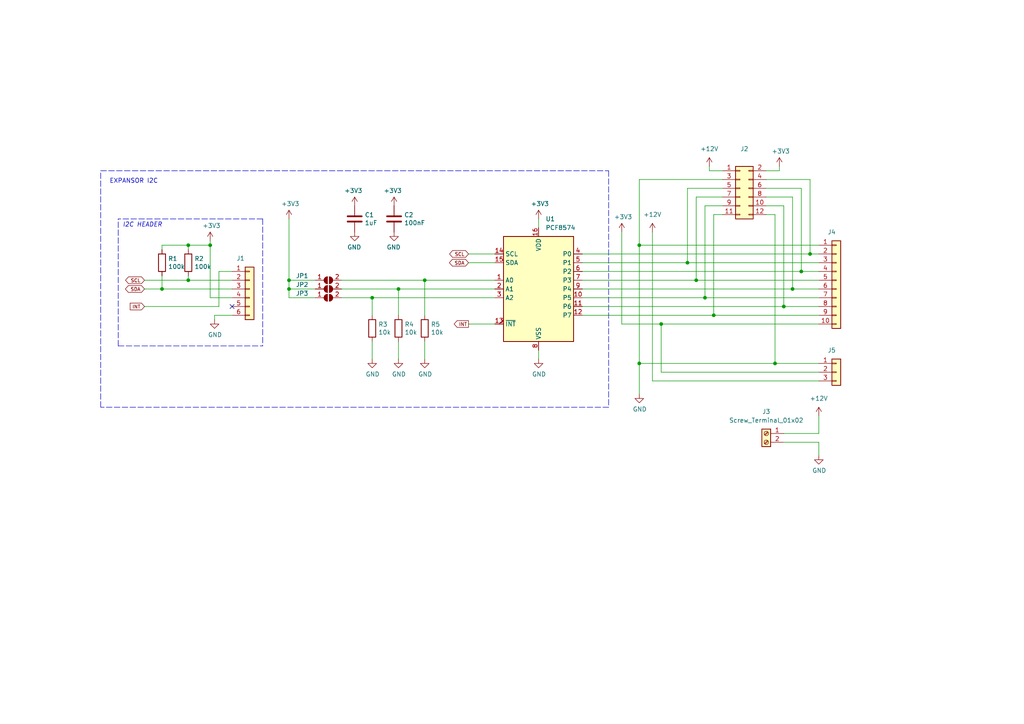
<source format=kicad_sch>
(kicad_sch (version 20211123) (generator eeschema)
  (paper "A4")
  (lib_symbols
    (symbol "Connector:Screw_Terminal_01x02" (pin_names (offset 1.016) hide)
      (property "Reference" "J" (at 0 2.54 0))
      (property "Value" "Screw_Terminal_01x02" (at 0 -5.08 0))
      (symbol "Screw_Terminal_01x02_1_1"
        (rectangle (start -1.27 1.27) (end 1.27 -3.81) (stroke (width 0.254)) (fill (type background)))
        (circle (center 0 -2.54) (radius 0.635) (stroke (width 0.1524)))
        (polyline (pts (xy -0.5334 -2.2098) (xy 0.3302 -3.048)) (stroke (width 0.1524)))
        (polyline (pts (xy -0.5334 0.3302) (xy 0.3302 -0.508)) (stroke (width 0.1524)))
        (polyline (pts (xy -0.3556 -2.032) (xy 0.508 -2.8702)) (stroke (width 0.1524)))
        (polyline (pts (xy -0.3556 0.508) (xy 0.508 -0.3302)) (stroke (width 0.1524)))
        (circle (center 0 0) (radius 0.635) (stroke (width 0.1524)))
        (pin passive line (at -5.08 0 0) (length 3.81) (name "Pin_1") (number "1"))
        (pin passive line (at -5.08 -2.54 0) (length 3.81) (name "Pin_2") (number "2"))
      )
    )
    (symbol "Connector_Generic:Conn_01x03" (pin_names (offset 1.016) hide)
      (property "Reference" "J" (at 0 5.08 0))
      (property "Value" "Conn_01x03" (at 0 -5.08 0))
      (symbol "Conn_01x03_1_1"
        (rectangle (start -1.27 -2.413) (end 0 -2.667) (stroke (width 0.1524)))
        (rectangle (start -1.27 0.127) (end 0 -0.127) (stroke (width 0.1524)))
        (rectangle (start -1.27 2.667) (end 0 2.413) (stroke (width 0.1524)))
        (rectangle (start -1.27 3.81) (end 1.27 -3.81) (stroke (width 0.254)) (fill (type background)))
        (pin passive line (at -5.08 2.54 0) (length 3.81) (name "Pin_1") (number "1"))
        (pin passive line (at -5.08 0 0) (length 3.81) (name "Pin_2") (number "2"))
        (pin passive line (at -5.08 -2.54 0) (length 3.81) (name "Pin_3") (number "3"))
      )
    )
    (symbol "Connector_Generic:Conn_01x06" (pin_names (offset 1.016) hide)
      (property "Reference" "J" (at 0 7.62 0))
      (property "Value" "Conn_01x06" (at 0 -10.16 0))
      (symbol "Conn_01x06_1_1"
        (rectangle (start -1.27 -7.493) (end 0 -7.747) (stroke (width 0.1524)))
        (rectangle (start -1.27 -4.953) (end 0 -5.207) (stroke (width 0.1524)))
        (rectangle (start -1.27 -2.413) (end 0 -2.667) (stroke (width 0.1524)))
        (rectangle (start -1.27 0.127) (end 0 -0.127) (stroke (width 0.1524)))
        (rectangle (start -1.27 2.667) (end 0 2.413) (stroke (width 0.1524)))
        (rectangle (start -1.27 5.207) (end 0 4.953) (stroke (width 0.1524)))
        (rectangle (start -1.27 6.35) (end 1.27 -8.89) (stroke (width 0.254)) (fill (type background)))
        (pin passive line (at -5.08 5.08 0) (length 3.81) (name "Pin_1") (number "1"))
        (pin passive line (at -5.08 2.54 0) (length 3.81) (name "Pin_2") (number "2"))
        (pin passive line (at -5.08 0 0) (length 3.81) (name "Pin_3") (number "3"))
        (pin passive line (at -5.08 -2.54 0) (length 3.81) (name "Pin_4") (number "4"))
        (pin passive line (at -5.08 -5.08 0) (length 3.81) (name "Pin_5") (number "5"))
        (pin passive line (at -5.08 -7.62 0) (length 3.81) (name "Pin_6") (number "6"))
      )
    )
    (symbol "Connector_Generic:Conn_01x10" (pin_names (offset 1.016) hide)
      (property "Reference" "J" (at 0 12.7 0))
      (property "Value" "Conn_01x10" (at 0 -15.24 0))
      (symbol "Conn_01x10_1_1"
        (rectangle (start -1.27 -12.573) (end 0 -12.827) (stroke (width 0.1524)))
        (rectangle (start -1.27 -10.033) (end 0 -10.287) (stroke (width 0.1524)))
        (rectangle (start -1.27 -7.493) (end 0 -7.747) (stroke (width 0.1524)))
        (rectangle (start -1.27 -4.953) (end 0 -5.207) (stroke (width 0.1524)))
        (rectangle (start -1.27 -2.413) (end 0 -2.667) (stroke (width 0.1524)))
        (rectangle (start -1.27 0.127) (end 0 -0.127) (stroke (width 0.1524)))
        (rectangle (start -1.27 2.667) (end 0 2.413) (stroke (width 0.1524)))
        (rectangle (start -1.27 5.207) (end 0 4.953) (stroke (width 0.1524)))
        (rectangle (start -1.27 7.747) (end 0 7.493) (stroke (width 0.1524)))
        (rectangle (start -1.27 10.287) (end 0 10.033) (stroke (width 0.1524)))
        (rectangle (start -1.27 11.43) (end 1.27 -13.97) (stroke (width 0.254)) (fill (type background)))
        (pin passive line (at -5.08 10.16 0) (length 3.81) (name "Pin_1") (number "1"))
        (pin passive line (at -5.08 -12.7 0) (length 3.81) (name "Pin_10") (number "10"))
        (pin passive line (at -5.08 7.62 0) (length 3.81) (name "Pin_2") (number "2"))
        (pin passive line (at -5.08 5.08 0) (length 3.81) (name "Pin_3") (number "3"))
        (pin passive line (at -5.08 2.54 0) (length 3.81) (name "Pin_4") (number "4"))
        (pin passive line (at -5.08 0 0) (length 3.81) (name "Pin_5") (number "5"))
        (pin passive line (at -5.08 -2.54 0) (length 3.81) (name "Pin_6") (number "6"))
        (pin passive line (at -5.08 -5.08 0) (length 3.81) (name "Pin_7") (number "7"))
        (pin passive line (at -5.08 -7.62 0) (length 3.81) (name "Pin_8") (number "8"))
        (pin passive line (at -5.08 -10.16 0) (length 3.81) (name "Pin_9") (number "9"))
      )
    )
    (symbol "Connector_Generic:Conn_02x06_Odd_Even" (pin_names (offset 1.016) hide)
      (property "Reference" "J" (at 1.27 7.62 0))
      (property "Value" "Conn_02x06_Odd_Even" (at 1.27 -10.16 0))
      (symbol "Conn_02x06_Odd_Even_1_1"
        (rectangle (start -1.27 -7.493) (end 0 -7.747) (stroke (width 0.1524)))
        (rectangle (start -1.27 -4.953) (end 0 -5.207) (stroke (width 0.1524)))
        (rectangle (start -1.27 -2.413) (end 0 -2.667) (stroke (width 0.1524)))
        (rectangle (start -1.27 0.127) (end 0 -0.127) (stroke (width 0.1524)))
        (rectangle (start -1.27 2.667) (end 0 2.413) (stroke (width 0.1524)))
        (rectangle (start -1.27 5.207) (end 0 4.953) (stroke (width 0.1524)))
        (rectangle (start -1.27 6.35) (end 3.81 -8.89) (stroke (width 0.254)) (fill (type background)))
        (rectangle (start 3.81 -7.493) (end 2.54 -7.747) (stroke (width 0.1524)))
        (rectangle (start 3.81 -4.953) (end 2.54 -5.207) (stroke (width 0.1524)))
        (rectangle (start 3.81 -2.413) (end 2.54 -2.667) (stroke (width 0.1524)))
        (rectangle (start 3.81 0.127) (end 2.54 -0.127) (stroke (width 0.1524)))
        (rectangle (start 3.81 2.667) (end 2.54 2.413) (stroke (width 0.1524)))
        (rectangle (start 3.81 5.207) (end 2.54 4.953) (stroke (width 0.1524)))
        (pin passive line (at -5.08 5.08 0) (length 3.81) (name "Pin_1") (number "1"))
        (pin passive line (at 7.62 -5.08 180) (length 3.81) (name "Pin_10") (number "10"))
        (pin passive line (at -5.08 -7.62 0) (length 3.81) (name "Pin_11") (number "11"))
        (pin passive line (at 7.62 -7.62 180) (length 3.81) (name "Pin_12") (number "12"))
        (pin passive line (at 7.62 5.08 180) (length 3.81) (name "Pin_2") (number "2"))
        (pin passive line (at -5.08 2.54 0) (length 3.81) (name "Pin_3") (number "3"))
        (pin passive line (at 7.62 2.54 180) (length 3.81) (name "Pin_4") (number "4"))
        (pin passive line (at -5.08 0 0) (length 3.81) (name "Pin_5") (number "5"))
        (pin passive line (at 7.62 0 180) (length 3.81) (name "Pin_6") (number "6"))
        (pin passive line (at -5.08 -2.54 0) (length 3.81) (name "Pin_7") (number "7"))
        (pin passive line (at 7.62 -2.54 180) (length 3.81) (name "Pin_8") (number "8"))
        (pin passive line (at -5.08 -5.08 0) (length 3.81) (name "Pin_9") (number "9"))
      )
    )
    (symbol "Device:C" (pin_numbers hide) (pin_names (offset 0.254))
      (property "Reference" "C" (at 0.635 2.54 0))
      (property "Value" "C" (at 0.635 -2.54 0))
      (symbol "C_0_1"
        (polyline (pts (xy -2.032 -0.762) (xy 2.032 -0.762)) (stroke (width 0.508)))
        (polyline (pts (xy -2.032 0.762) (xy 2.032 0.762)) (stroke (width 0.508)))
      )
      (symbol "C_1_1"
        (pin passive line (at 0 3.81 270) (length 2.794) (name "~") (number "1"))
        (pin passive line (at 0 -3.81 90) (length 2.794) (name "~") (number "2"))
      )
    )
    (symbol "Device:R" (pin_numbers hide) (pin_names (offset 0))
      (property "Reference" "R" (at 2.032 0 90))
      (property "Value" "R" (at 0 0 90))
      (symbol "R_0_1"
        (rectangle (start -1.016 -2.54) (end 1.016 2.54) (stroke (width 0.254)))
      )
      (symbol "R_1_1"
        (pin passive line (at 0 3.81 270) (length 1.27) (name "~") (number "1"))
        (pin passive line (at 0 -3.81 90) (length 1.27) (name "~") (number "2"))
      )
    )
    (symbol "Interface_Expansion:PCF8574"
      (property "Reference" "U" (at -8.89 16.51 0))
      (property "Value" "PCF8574" (at 2.54 16.51 0))
      (symbol "PCF8574_0_1"
        (rectangle (start -10.16 15.24) (end 10.16 -15.24) (stroke (width 0.254)) (fill (type background)))
      )
      (symbol "PCF8574_1_1"
        (pin input line (at -12.7 2.54 0) (length 2.54) (name "A0") (number "1"))
        (pin bidirectional line (at 12.7 -2.54 180) (length 2.54) (name "P5") (number "10"))
        (pin bidirectional line (at 12.7 -5.08 180) (length 2.54) (name "P6") (number "11"))
        (pin bidirectional line (at 12.7 -7.62 180) (length 2.54) (name "P7") (number "12"))
        (pin open_collector output_low (at -12.7 -10.16 0) (length 2.54) (name "~{INT}") (number "13"))
        (pin input line (at -12.7 10.16 0) (length 2.54) (name "SCL") (number "14"))
        (pin bidirectional line (at -12.7 7.62 0) (length 2.54) (name "SDA") (number "15"))
        (pin power_in line (at 0 17.78 270) (length 2.54) (name "VDD") (number "16"))
        (pin input line (at -12.7 0 0) (length 2.54) (name "A1") (number "2"))
        (pin input line (at -12.7 -2.54 0) (length 2.54) (name "A2") (number "3"))
        (pin bidirectional line (at 12.7 10.16 180) (length 2.54) (name "P0") (number "4"))
        (pin bidirectional line (at 12.7 7.62 180) (length 2.54) (name "P1") (number "5"))
        (pin bidirectional line (at 12.7 5.08 180) (length 2.54) (name "P2") (number "6"))
        (pin bidirectional line (at 12.7 2.54 180) (length 2.54) (name "P3") (number "7"))
        (pin power_in line (at 0 -17.78 90) (length 2.54) (name "VSS") (number "8"))
        (pin bidirectional line (at 12.7 0 180) (length 2.54) (name "P4") (number "9"))
      )
    )
    (symbol "Jumper:SolderJumper_2_Open" (pin_names (offset 0) hide)
      (property "Reference" "JP" (at 0 2.032 0))
      (property "Value" "SolderJumper_2_Open" (at 0 -2.54 0))
      (symbol "SolderJumper_2_Open_0_1"
        (arc (start -0.254 1.016) (mid -1.27 0) (end -0.254 -1.016))
        (arc (start -0.254 1.016) (mid -1.27 0) (end -0.254 -1.016) (fill (type outline)))
        (polyline (pts (xy -0.254 1.016) (xy -0.254 -1.016)))
        (polyline (pts (xy 0.254 1.016) (xy 0.254 -1.016)))
        (arc (start 0.254 -1.016) (mid 1.27 0) (end 0.254 1.016))
        (arc (start 0.254 -1.016) (mid 1.27 0) (end 0.254 1.016) (fill (type outline)))
      )
      (symbol "SolderJumper_2_Open_1_1"
        (pin passive line (at -3.81 0 0) (length 2.54) (name "A") (number "1"))
        (pin passive line (at 3.81 0 180) (length 2.54) (name "B") (number "2"))
      )
    )
    (symbol "power:+12V" (power) (pin_names (offset 0))
      (property "Value" "+12V" (at 0 3.556 0))
      (symbol "+12V_0_1"
        (polyline (pts (xy -0.762 1.27) (xy 0 2.54)))
        (polyline (pts (xy 0 0) (xy 0 2.54)))
        (polyline (pts (xy 0 2.54) (xy 0.762 1.27)))
      )
      (symbol "+12V_1_1"
        (pin power_in line (at 0 0 90) (length 0) hide (name "+12V") (number "1"))
      )
    )
    (symbol "power:+3V3" (power) (pin_names (offset 0))
      (property "Value" "+3V3" (at 0 3.556 0))
      (symbol "+3V3_0_1"
        (polyline (pts (xy -0.762 1.27) (xy 0 2.54)))
        (polyline (pts (xy 0 0) (xy 0 2.54)))
        (polyline (pts (xy 0 2.54) (xy 0.762 1.27)))
      )
      (symbol "+3V3_1_1"
        (pin power_in line (at 0 0 90) (length 0) hide (name "+3V3") (number "1"))
      )
    )
    (symbol "power:GND" (power) (pin_names (offset 0))
      (property "Value" "GND" (at 0 -3.81 0))
      (symbol "GND_0_1"
        (polyline (pts (xy 0 0) (xy 0 -1.27) (xy 1.27 -1.27) (xy 0 -2.54) (xy -1.27 -1.27) (xy 0 -1.27)))
      )
      (symbol "GND_1_1"
        (pin power_in line (at 0 0 270) (length 0) hide (name "GND") (number "1"))
      )
    )
  )
  (junction (at 204.47 86.36))
  (junction (at 191.77 93.98))
  (junction (at 224.79 105.41))
  (junction (at 107.95 86.36))
  (junction (at 229.87 83.82))
  (junction (at 123.19 81.28))
  (junction (at 201.93 81.28))
  (junction (at 83.82 83.82))
  (junction (at 185.42 71.12))
  (junction (at 83.82 81.28))
  (junction (at 207.01 91.44))
  (junction (at 232.41 78.74))
  (junction (at 115.57 83.82))
  (junction (at 60.96 71.12))
  (junction (at 234.95 73.66))
  (junction (at 199.39 76.2))
  (junction (at 227.33 88.9))
  (junction (at 54.61 81.28))
  (junction (at 46.99 83.82))
  (junction (at 54.61 71.12))
  (junction (at 185.42 105.41))
  (no_connect (at 67.31 88.9))
  (wire (pts (xy 83.82 83.82) (xy 91.44 83.82)))
  (wire (pts (xy 199.39 54.61) (xy 199.39 76.2)))
  (wire (pts (xy 224.79 105.41) (xy 237.49 105.41)))
  (wire (pts (xy 180.34 67.31) (xy 180.34 93.98)))
  (wire (pts (xy 41.91 88.9) (xy 63.5 88.9)))
  (wire (pts (xy 185.42 114.3) (xy 185.42 105.41)))
  (wire (pts (xy 46.99 80.01) (xy 46.99 83.82)))
  (wire (pts (xy 54.61 81.28) (xy 67.31 81.28)))
  (polyline (pts (xy 76.2 63.5) (xy 34.29 63.5)))
  (wire (pts (xy 115.57 99.06) (xy 115.57 104.14)))
  (wire (pts (xy 135.89 73.66) (xy 143.51 73.66)))
  (wire (pts (xy 189.23 110.49) (xy 237.49 110.49)))
  (wire (pts (xy 205.74 49.53) (xy 209.55 49.53)))
  (wire (pts (xy 46.99 83.82) (xy 67.31 83.82)))
  (wire (pts (xy 99.06 83.82) (xy 115.57 83.82)))
  (wire (pts (xy 227.33 88.9) (xy 237.49 88.9)))
  (wire (pts (xy 168.91 81.28) (xy 201.93 81.28)))
  (wire (pts (xy 209.55 52.07) (xy 185.42 52.07)))
  (wire (pts (xy 63.5 78.74) (xy 67.31 78.74)))
  (wire (pts (xy 107.95 99.06) (xy 107.95 104.14)))
  (wire (pts (xy 135.89 76.2) (xy 143.51 76.2)))
  (wire (pts (xy 234.95 52.07) (xy 234.95 73.66)))
  (wire (pts (xy 227.33 59.69) (xy 227.33 88.9)))
  (wire (pts (xy 107.95 86.36) (xy 107.95 91.44)))
  (wire (pts (xy 201.93 81.28) (xy 237.49 81.28)))
  (wire (pts (xy 232.41 54.61) (xy 232.41 78.74)))
  (wire (pts (xy 107.95 86.36) (xy 143.51 86.36)))
  (wire (pts (xy 185.42 71.12) (xy 237.49 71.12)))
  (polyline (pts (xy 29.21 118.11) (xy 29.21 49.53)))
  (wire (pts (xy 222.25 49.53) (xy 226.06 49.53)))
  (wire (pts (xy 191.77 93.98) (xy 237.49 93.98)))
  (wire (pts (xy 205.74 48.26) (xy 205.74 49.53)))
  (wire (pts (xy 209.55 59.69) (xy 204.47 59.69)))
  (wire (pts (xy 83.82 63.5) (xy 83.82 81.28)))
  (wire (pts (xy 191.77 107.95) (xy 191.77 93.98)))
  (wire (pts (xy 237.49 125.73) (xy 237.49 120.65)))
  (wire (pts (xy 83.82 81.28) (xy 91.44 81.28)))
  (wire (pts (xy 83.82 86.36) (xy 91.44 86.36)))
  (wire (pts (xy 156.21 101.6) (xy 156.21 104.14)))
  (wire (pts (xy 123.19 99.06) (xy 123.19 104.14)))
  (wire (pts (xy 41.91 81.28) (xy 54.61 81.28)))
  (wire (pts (xy 222.25 57.15) (xy 229.87 57.15)))
  (wire (pts (xy 83.82 83.82) (xy 83.82 81.28)))
  (wire (pts (xy 207.01 62.23) (xy 207.01 91.44)))
  (wire (pts (xy 168.91 83.82) (xy 229.87 83.82)))
  (wire (pts (xy 237.49 107.95) (xy 191.77 107.95)))
  (polyline (pts (xy 176.53 118.11) (xy 29.21 118.11)))
  (wire (pts (xy 209.55 54.61) (xy 199.39 54.61)))
  (wire (pts (xy 63.5 88.9) (xy 63.5 78.74)))
  (wire (pts (xy 123.19 81.28) (xy 123.19 91.44)))
  (wire (pts (xy 60.96 71.12) (xy 60.96 86.36)))
  (wire (pts (xy 62.23 91.44) (xy 67.31 91.44)))
  (wire (pts (xy 199.39 76.2) (xy 237.49 76.2)))
  (wire (pts (xy 54.61 72.39) (xy 54.61 71.12)))
  (polyline (pts (xy 34.29 100.33) (xy 34.29 63.5)))
  (wire (pts (xy 115.57 83.82) (xy 143.51 83.82)))
  (wire (pts (xy 229.87 83.82) (xy 237.49 83.82)))
  (wire (pts (xy 185.42 105.41) (xy 224.79 105.41)))
  (wire (pts (xy 180.34 93.98) (xy 191.77 93.98)))
  (wire (pts (xy 168.91 88.9) (xy 227.33 88.9)))
  (wire (pts (xy 185.42 52.07) (xy 185.42 71.12)))
  (wire (pts (xy 227.33 125.73) (xy 237.49 125.73)))
  (wire (pts (xy 232.41 78.74) (xy 237.49 78.74)))
  (wire (pts (xy 204.47 86.36) (xy 237.49 86.36)))
  (wire (pts (xy 209.55 62.23) (xy 207.01 62.23)))
  (polyline (pts (xy 29.21 49.53) (xy 176.53 49.53)))
  (wire (pts (xy 226.06 48.26) (xy 226.06 49.53)))
  (wire (pts (xy 99.06 81.28) (xy 123.19 81.28)))
  (wire (pts (xy 204.47 59.69) (xy 204.47 86.36)))
  (wire (pts (xy 99.06 86.36) (xy 107.95 86.36)))
  (wire (pts (xy 237.49 128.27) (xy 227.33 128.27)))
  (wire (pts (xy 135.89 93.98) (xy 143.51 93.98)))
  (wire (pts (xy 222.25 54.61) (xy 232.41 54.61)))
  (wire (pts (xy 83.82 86.36) (xy 83.82 83.82)))
  (wire (pts (xy 60.96 71.12) (xy 60.96 69.85)))
  (wire (pts (xy 54.61 71.12) (xy 60.96 71.12)))
  (wire (pts (xy 222.25 62.23) (xy 224.79 62.23)))
  (wire (pts (xy 207.01 91.44) (xy 237.49 91.44)))
  (wire (pts (xy 185.42 105.41) (xy 185.42 71.12)))
  (polyline (pts (xy 34.29 100.33) (xy 76.2 100.33)))
  (wire (pts (xy 168.91 86.36) (xy 204.47 86.36)))
  (wire (pts (xy 168.91 73.66) (xy 234.95 73.66)))
  (wire (pts (xy 115.57 83.82) (xy 115.57 91.44)))
  (wire (pts (xy 229.87 57.15) (xy 229.87 83.82)))
  (polyline (pts (xy 176.53 49.53) (xy 176.53 118.11)))
  (wire (pts (xy 62.23 92.71) (xy 62.23 91.44)))
  (polyline (pts (xy 76.2 63.5) (xy 76.2 100.33)))
  (wire (pts (xy 46.99 72.39) (xy 46.99 71.12)))
  (wire (pts (xy 224.79 62.23) (xy 224.79 105.41)))
  (wire (pts (xy 168.91 91.44) (xy 207.01 91.44)))
  (wire (pts (xy 209.55 57.15) (xy 201.93 57.15)))
  (wire (pts (xy 54.61 80.01) (xy 54.61 81.28)))
  (wire (pts (xy 222.25 52.07) (xy 234.95 52.07)))
  (wire (pts (xy 156.21 63.5) (xy 156.21 66.04)))
  (wire (pts (xy 168.91 78.74) (xy 232.41 78.74)))
  (wire (pts (xy 123.19 81.28) (xy 143.51 81.28)))
  (wire (pts (xy 201.93 57.15) (xy 201.93 81.28)))
  (wire (pts (xy 222.25 59.69) (xy 227.33 59.69)))
  (wire (pts (xy 237.49 132.08) (xy 237.49 128.27)))
  (wire (pts (xy 60.96 86.36) (xy 67.31 86.36)))
  (wire (pts (xy 234.95 73.66) (xy 237.49 73.66)))
  (wire (pts (xy 41.91 83.82) (xy 46.99 83.82)))
  (wire (pts (xy 46.99 71.12) (xy 54.61 71.12)))
  (wire (pts (xy 168.91 76.2) (xy 199.39 76.2)))
  (wire (pts (xy 189.23 67.31) (xy 189.23 110.49)))
  (text "EXPANSOR I2C" (at 31.75 53.34 0) (effects (font (size 1.27 1.27)) (justify left bottom)))
  (text "I2C HEADER" (at 35.56 66.04 0) (effects (font (size 1.27 1.27) italic) (justify left bottom)))
  (global_label "INT" (shape input) (at 41.91 88.9 180) (effects (font (size 0.9906 0.9906))) (property "Intersheet References" "${INTERSHEET_REFS}" (effects hide)))
  (global_label "SDA" (shape bidirectional) (at 135.89 76.2 180) (effects (font (size 0.9906 0.9906))) (property "Intersheet References" "${INTERSHEET_REFS}" (effects hide)))
  (global_label "SCL" (shape bidirectional) (at 135.89 73.66 180) (effects (font (size 0.9906 0.9906))) (property "Intersheet References" "${INTERSHEET_REFS}" (effects hide)))
  (global_label "INT" (shape output) (at 135.89 93.98 180) (effects (font (size 0.9906 0.9906))) (property "Intersheet References" "${INTERSHEET_REFS}" (effects hide)))
  (global_label "SCL" (shape bidirectional) (at 41.91 81.28 180) (effects (font (size 0.9906 0.9906))) (property "Intersheet References" "${INTERSHEET_REFS}" (effects hide)))
  (global_label "SDA" (shape bidirectional) (at 41.91 83.82 180) (effects (font (size 0.9906 0.9906))) (property "Intersheet References" "${INTERSHEET_REFS}" (effects hide)))
  (symbol (lib_id "Connector:Screw_Terminal_01x02") (at 222.25 125.73 0) (mirror y) (unit 1)
    (property "Reference" "J3" (at 222.25 119.38 0))
    (property "Value" "Screw_Terminal_01x02" (at 222.25 121.92 0))
    (property "Footprint" "libs:TerminalBlock_bornier-2_P5.08mm" (effects hide))
  )
  (symbol (lib_id "Device:R") (at 115.57 95.25 0) (unit 1)
    (property "Reference" "R4" (at 117.348 94.0816 0) (effects (justify left)))
    (property "Value" "10k" (at 117.348 96.393 0) (effects (justify left)))
    (property "Footprint" "Resistor_SMD:R_1206_3216Metric" (effects hide))
    (property "Datasheet" "https://www.yageo.com/upload/media/product/productsearch/datasheet/rchip/PYu-RC_Group_51_RoHS_L_11.pdf" (effects hide))
    (property "manf#" "RC1206FR-0710KL" (effects hide))
  )
  (symbol (lib_id "power:+3V3") (at 226.06 48.26 0) (unit 1)
    (property "Reference" "#PWR017" (effects hide))
    (property "Value" "+3V3" (at 226.441 43.8658 0))
  )
  (symbol (lib_id "Connector_Generic:Conn_01x06") (at 72.39 83.82 0) (unit 1)
    (property "Reference" "J1" (at 68.58 74.93 0) (effects (justify left)))
    (property "Value" "Conn_01x06" (effects hide))
    (property "Footprint" "Connector_Molex:Molex_KK-254_AE-6410-06A_1x06_P2.54mm_Vertical" (effects hide))
  )
  (symbol (lib_id "Jumper:SolderJumper_2_Open") (at 95.25 86.36 0) (unit 1)
    (property "Reference" "JP3" (at 87.63 85.09 0))
    (property "Value" "SolderJumper_2_Open" (effects hide))
    (property "Footprint" "Jumper:SolderJumper-2_P1.3mm_Open_RoundedPad1.0x1.5mm" (effects hide))
  )
  (symbol (lib_id "power:GND") (at 102.87 67.31 0) (mirror y) (unit 1)
    (property "Reference" "#PWR05" (effects hide))
    (property "Value" "GND" (at 102.743 71.7042 0))
  )
  (symbol (lib_id "power:+3V3") (at 60.96 69.85 0) (unit 1)
    (property "Reference" "#PWR01" (effects hide))
    (property "Value" "+3V3" (at 61.341 65.4558 0))
  )
  (symbol (lib_id "power:+12V") (at 237.49 120.65 0) (unit 1)
    (property "Reference" "#PWR018" (effects hide))
    (property "Value" "+12V" (at 237.49 115.57 0))
  )
  (symbol (lib_id "power:+3V3") (at 180.34 67.31 0) (unit 1)
    (property "Reference" "#PWR013" (effects hide))
    (property "Value" "+3V3" (at 180.721 62.9158 0))
  )
  (symbol (lib_id "Connector_Generic:Conn_02x06_Odd_Even") (at 214.63 54.61 0) (unit 1)
    (property "Reference" "J2" (at 215.9 43.18 0))
    (property "Value" "Conn_02x06_Odd_Even" (effects hide))
    (property "Footprint" "Connector_PinHeader_2.54mm:PinHeader_2x06_P2.54mm_Vertical" (effects hide))
  )
  (symbol (lib_id "power:GND") (at 115.57 104.14 0) (unit 1)
    (property "Reference" "#PWR09" (effects hide))
    (property "Value" "GND" (at 115.697 108.5342 0))
  )
  (symbol (lib_id "power:+3V3") (at 102.87 59.69 0) (mirror y) (unit 1)
    (property "Reference" "#PWR04" (effects hide))
    (property "Value" "+3V3" (at 102.489 55.2958 0))
  )
  (symbol (lib_id "power:GND") (at 185.42 114.3 0) (unit 1)
    (property "Reference" "#PWR014" (effects hide))
    (property "Value" "GND" (at 185.547 118.6942 0))
  )
  (symbol (lib_id "power:GND") (at 114.3 67.31 0) (mirror y) (unit 1)
    (property "Reference" "#PWR08" (effects hide))
    (property "Value" "GND" (at 114.173 71.7042 0))
  )
  (symbol (lib_id "Device:C") (at 114.3 63.5 0) (unit 1)
    (property "Reference" "C2" (at 117.221 62.3316 0) (effects (justify left)))
    (property "Value" "100nF" (at 117.221 64.643 0) (effects (justify left)))
    (property "Footprint" "Capacitor_SMD:C_1206_3216Metric_Pad1.33x1.80mm_HandSolder" (effects hide))
    (property "Datasheet" "https://www.yageo.com/upload/media/product/productsearch/datasheet/mlcc/UPY-GPHC_X7R_6.3V-to-50V_18.pdf" (effects hide))
    (property "Voltage" "50V" (effects hide))
    (property "manf#" "CC1206KRX7R9BB104" (effects hide))
  )
  (symbol (lib_id "Interface_Expansion:PCF8574") (at 156.21 83.82 0) (unit 1)
    (property "Reference" "U1" (at 158.2294 63.5 0) (effects (justify left)))
    (property "Value" "PCF8574" (at 158.2294 66.04 0) (effects (justify left)))
    (property "Footprint" "Package_SO:SOIC-16W_7.5x10.3mm_P1.27mm" (effects hide))
    (property "Datasheet" "https://www.ti.com/lit/ds/symlink/pcf8574.pdf" (effects hide))
  )
  (symbol (lib_id "power:+3V3") (at 156.21 63.5 0) (unit 1)
    (property "Reference" "#PWR011" (effects hide))
    (property "Value" "+3V3" (at 156.591 59.1058 0))
  )
  (symbol (lib_id "power:GND") (at 156.21 104.14 0) (unit 1)
    (property "Reference" "#PWR012" (effects hide))
    (property "Value" "GND" (at 156.337 108.5342 0))
  )
  (symbol (lib_id "power:+3V3") (at 83.82 63.5 0) (unit 1)
    (property "Reference" "#PWR03" (effects hide))
    (property "Value" "+3V3" (at 84.201 59.1058 0))
  )
  (symbol (lib_id "power:+12V") (at 205.74 48.26 0) (unit 1)
    (property "Reference" "#PWR016" (effects hide))
    (property "Value" "+12V" (at 205.74 43.18 0))
  )
  (symbol (lib_id "Jumper:SolderJumper_2_Open") (at 95.25 83.82 0) (unit 1)
    (property "Reference" "JP2" (at 87.63 82.55 0))
    (property "Value" "SolderJumper_2_Open" (effects hide))
    (property "Footprint" "Jumper:SolderJumper-2_P1.3mm_Open_RoundedPad1.0x1.5mm" (effects hide))
  )
  (symbol (lib_id "power:GND") (at 107.95 104.14 0) (unit 1)
    (property "Reference" "#PWR06" (effects hide))
    (property "Value" "GND" (at 108.077 108.5342 0))
  )
  (symbol (lib_id "power:+3V3") (at 114.3 59.69 0) (mirror y) (unit 1)
    (property "Reference" "#PWR07" (effects hide))
    (property "Value" "+3V3" (at 113.919 55.2958 0))
  )
  (symbol (lib_id "Connector_Generic:Conn_01x03") (at 242.57 107.95 0) (unit 1)
    (property "Reference" "J5" (at 240.03 101.6 0) (effects (justify left)))
    (property "Value" "Conn_01x03" (effects hide))
    (property "Footprint" "Connector_PinSocket_2.54mm:PinSocket_1x03_P2.54mm_Vertical" (effects hide))
  )
  (symbol (lib_id "Device:R") (at 123.19 95.25 0) (unit 1)
    (property "Reference" "R5" (at 124.968 94.0816 0) (effects (justify left)))
    (property "Value" "10k" (at 124.968 96.393 0) (effects (justify left)))
    (property "Footprint" "Resistor_SMD:R_1206_3216Metric" (effects hide))
    (property "Datasheet" "https://www.yageo.com/upload/media/product/productsearch/datasheet/rchip/PYu-RC_Group_51_RoHS_L_11.pdf" (effects hide))
    (property "manf#" "RC1206FR-0710KL" (effects hide))
  )
  (symbol (lib_id "Jumper:SolderJumper_2_Open") (at 95.25 81.28 0) (unit 1)
    (property "Reference" "JP1" (at 87.63 80.01 0))
    (property "Value" "SolderJumper_2_Open" (effects hide))
    (property "Footprint" "Jumper:SolderJumper-2_P1.3mm_Open_RoundedPad1.0x1.5mm" (effects hide))
  )
  (symbol (lib_id "power:GND") (at 62.23 92.71 0) (unit 1)
    (property "Reference" "#PWR02" (effects hide))
    (property "Value" "GND" (at 62.357 97.1042 0))
  )
  (symbol (lib_id "Device:R") (at 46.99 76.2 0) (unit 1)
    (property "Reference" "R1" (at 48.768 75.0316 0) (effects (justify left)))
    (property "Value" "100k" (at 48.768 77.343 0) (effects (justify left)))
    (property "Footprint" "Resistor_SMD:R_1206_3216Metric" (effects hide))
    (property "Datasheet" "https://www.yageo.com/upload/media/product/productsearch/datasheet/rchip/PYu-RC_Group_51_RoHS_L_11.pdf" (effects hide))
    (property "manf#" "RC1206FR-07100KL" (effects hide))
  )
  (symbol (lib_id "Connector_Generic:Conn_01x10") (at 242.57 81.28 0) (unit 1)
    (property "Reference" "J4" (at 240.03 67.31 0) (effects (justify left)))
    (property "Value" "Conn_01x10" (effects hide))
    (property "Footprint" "Connector_PinSocket_2.54mm:PinSocket_1x10_P2.54mm_Vertical" (effects hide))
  )
  (symbol (lib_id "Device:C") (at 102.87 63.5 0) (unit 1)
    (property "Reference" "C1" (at 105.791 62.3316 0) (effects (justify left)))
    (property "Value" "1uF" (at 105.791 64.643 0) (effects (justify left)))
    (property "Footprint" "Capacitor_SMD:C_1206_3216Metric_Pad1.33x1.80mm_HandSolder" (effects hide))
    (property "Datasheet" "https://www.samsungsem.com/resources/file/global/support/product_catalog/MLCC.pdf" (effects hide))
    (property "Voltage" "50V" (effects hide))
    (property "manf#" "CL31F105ZBFNNNE" (effects hide))
  )
  (symbol (lib_id "power:GND") (at 237.49 132.08 0) (unit 1)
    (property "Reference" "#PWR019" (effects hide))
    (property "Value" "GND" (at 237.617 136.4742 0))
  )
  (symbol (lib_id "Device:R") (at 54.61 76.2 0) (unit 1)
    (property "Reference" "R2" (at 56.388 75.0316 0) (effects (justify left)))
    (property "Value" "100k" (at 56.388 77.343 0) (effects (justify left)))
    (property "Footprint" "Resistor_SMD:R_1206_3216Metric" (effects hide))
    (property "Datasheet" "https://www.yageo.com/upload/media/product/productsearch/datasheet/rchip/PYu-RC_Group_51_RoHS_L_11.pdf" (effects hide))
    (property "manf#" "RC1206FR-07100KL" (effects hide))
  )
  (symbol (lib_id "power:GND") (at 123.19 104.14 0) (unit 1)
    (property "Reference" "#PWR010" (effects hide))
    (property "Value" "GND" (at 123.317 108.5342 0))
  )
  (symbol (lib_id "power:+12V") (at 189.23 67.31 0) (unit 1)
    (property "Reference" "#PWR015" (effects hide))
    (property "Value" "+12V" (at 189.23 62.23 0))
  )
  (symbol (lib_id "Device:R") (at 107.95 95.25 0) (unit 1)
    (property "Reference" "R3" (at 109.728 94.0816 0) (effects (justify left)))
    (property "Value" "10k" (at 109.728 96.393 0) (effects (justify left)))
    (property "Footprint" "Resistor_SMD:R_1206_3216Metric" (effects hide))
    (property "Datasheet" "https://www.yageo.com/upload/media/product/productsearch/datasheet/rchip/PYu-RC_Group_51_RoHS_L_11.pdf" (effects hide))
    (property "manf#" "RC1206FR-0710KL" (effects hide))
  )
)
</source>
